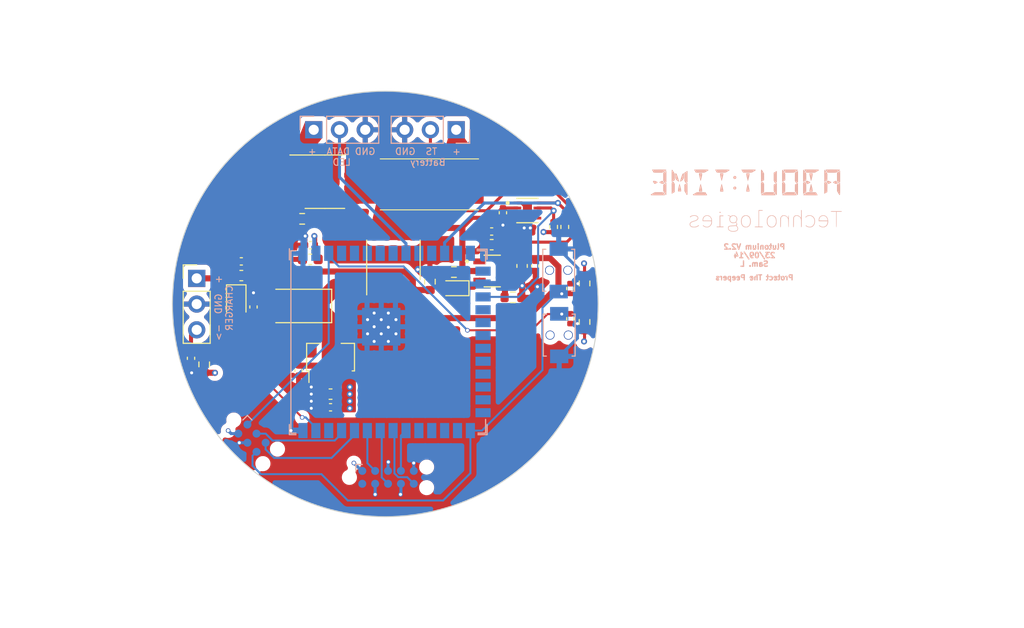
<source format=kicad_pcb>
(kicad_pcb (version 20221018) (generator pcbnew)
  (layers (0 "F.Cu" signal) (1 "In1.Cu" power "GND") (2 "In2.Cu" power "PWR") (31 "B.Cu" signal) (34 "B.Paste" user) (35 "F.Paste" user) (36 "B.SilkS" user "B.Silkscreen") (37 "F.SilkS" user "F.Silkscreen") (38 "B.Mask" user) (39 "F.Mask" user) (44 "Edge.Cuts" user))
  (net 0 "")
  (net 1 "VDD")
  (net 2 "GND")
  (net 3 "+BATT")
  (net 4 "ESP_EN")
  (net 5 "ESP_IO0")
  (net 6 "VCC")
  (net 7 "+3.3V")
  (net 8 "/CHG_LED")
  (net 9 "/CHG_LED_RES")
  (net 10 "ESP_TMS")
  (net 11 "ESP_TCK")
  (net 12 "ESP_TDO")
  (net 13 "ESP_TDI")
  (net 15 "ESP_UART_TX")
  (net 16 "ESP_UART_RX")
  (net 17 "ESP32_I2C_SCL")
  (net 18 "/BQ_ISET")
  (net 19 "ESP32_I2C_SDA")
  (net 20 "BATT_TS")
  (net 27 "ESP_LED_DATA")
  (net 47 "/BATT_FUSE")
  (net 48 "ESP_CONNECTION_BUTTON")
  (net 49 "/VBUS")
  (net 50 "VD")
  (footprint "Resistor_SMD:R_0603_1608Metric" (layer "F.Cu") (at 144.4 97.8 90)
    (fp_text reference "R9" hide)
    (fp_text value "100k")
  )
  (footprint "Resistor_SMD:R_0402_1005Metric" (layer "F.Cu") (at 156.6 92.4 90)
    (fp_text reference "R1" hide)
    (fp_text value "4.7k")
  )
  (footprint "MAX17048:SON50P200X200X80-9N" (layer "F.Cu") (at 154.015 90.779999)
    (fp_text reference "U2" hide)
    (fp_text value "MAX17048G+T10")
  )
  (footprint "Package_TO_SOT_SMD:SOT-89-3" (layer "F.Cu") (at 134.6 105.25 90)
    (fp_text reference "U3" hide)
    (fp_text value "ME6211A33PG-N")
  )
  (footprint "Resistor_SMD:R_0603_1608Metric" (layer "F.Cu") (at 122.14 105.965 90)
    (fp_text reference "R8" hide)
    (fp_text value "10k")
  )
  (footprint "Capacitor_SMD:C_0402_1005Metric" (layer "F.Cu") (at 125.8 95.8 180)
    (fp_text reference "C14" hide)
    (fp_text value "1uF")
  )
  (footprint "Resistor_SMD:R_0603_1608Metric" (layer "F.Cu") (at 131.8 91.6)
    (fp_text reference "R7" hide)
    (fp_text value "100k")
  )
  (footprint "Capacitor_SMD:C_0402_1005Metric" (layer "F.Cu") (at 154.79 96.25 -90)
    (fp_text reference "C3" hide)
    (fp_text value "1uF")
  )
  (footprint "Capacitor_SMD:C_0402_1005Metric" (layer "F.Cu") (at 131.45 106.570001 90)
    (fp_text reference "C8" hide)
    (fp_text value "1uF")
  )
  (footprint "Diode_SMD:D_0805_2012Metric" (layer "F.Cu") (at 125.3 99.799999 -90)
    (fp_text reference "FB1" hide)
    (fp_text value "FerriteBead")
  )
  (footprint "Resistor_SMD:R_0402_1005Metric" (layer "F.Cu") (at 157.699999 92.4 90)
    (fp_text reference "R4" hide)
    (fp_text value "4.7k")
  )
  (footprint "Capacitor_SMD:C_0603_1608Metric" (layer "F.Cu") (at 132.6 95.599999 180)
    (fp_text reference "C11" hide)
    (fp_text value "10uF")
  )
  (footprint "Resistor_SMD:R_0603_1608Metric" (layer "F.Cu") (at 146.765 96.85 180)
    (fp_text reference "R3" hide)
    (fp_text value "1k")
  )
  (footprint "Capacitor_SMD:C_0402_1005Metric" (layer "F.Cu") (at 120.84 105.365 90)
    (fp_text reference "C16" hide)
    (fp_text value "1uF")
  )
  (footprint "Resistor_SMD:R_0603_1608Metric" (layer "F.Cu") (at 159.649999 101.775 90)
    (fp_text reference "R5" hide)
    (fp_text value "10k")
  )
  (footprint "Capacitor_SMD:C_0402_1005Metric" (layer "F.Cu") (at 150.49 92.85)
    (fp_text reference "C4" hide)
    (fp_text value "1uF")
  )
  (footprint "Capacitor_SMD:C_0402_1005Metric" (layer "F.Cu") (at 158.25 98.475 -90)
    (fp_text reference "C7" hide)
    (fp_text value "1uF")
  )
  (footprint "Capacitor_SMD:C_0402_1005Metric" (layer "F.Cu") (at 134.6 110.2)
    (fp_text reference "C9" hide)
    (fp_text value "1uF")
  )
  (footprint "Diode_SMD:D_SMA" (layer "F.Cu") (at 131.2 100.2 180)
    (fp_text reference "D2" hide)
    (fp_text value "Schottky")
  )
  (footprint "Capacitor_SMD:C_0402_1005Metric" (layer "F.Cu") (at 158.25 101.455 90)
    (fp_text reference "C6" hide)
    (fp_text value "1uF")
  )
  (footprint "BQ21040:SOT95P280X145-6N" (layer "F.Cu") (at 150.545 96.75)
    (fp_text reference "U1" hide)
    (fp_text value "BQ21040DBVR")
  )
  (footprint "Capacitor_SMD:C_0603_1608Metric" (layer "F.Cu") (at 125.800001 97.2)
    (fp_text reference "C13" hide)
    (fp_text value "10uF")
  )
  (footprint "Resistor_SMD:R_0603_1608Metric" (layer "F.Cu") (at 152.59 99.35)
    (fp_text reference "R2" hide)
    (fp_text value "1k")
  )
  (footprint "Resistor_SMD:R_0603_1608Metric" (layer "F.Cu") (at 159.65 97.975 -90)
    (fp_text reference "R6" hide)
    (fp_text value "10k")
  )
  (footprint "Package_SO:SSOP-8_3.9x5.05mm_P1.27mm" (layer "F.Cu") (at 134.04 87.935)
    (fp_text reference "Q1" hide)
    (fp_text value "PMOS")
  )
  (footprint "LED_SMD:LED_0603_1608Metric" (layer "F.Cu") (at 146.765 98.45 180)
    (fp_text reference "D1" hide)
    (fp_text value "LED")
  )
  (footprint "Capacitor_SMD:C_0603_1608Metric" (layer "F.Cu") (at 134.6 108.9 180)
    (fp_text reference "C10" hide)
    (fp_text value "10uF")
  )
  (footprint "Capacitor_SMD:C_0603_1608Metric" (layer "F.Cu") (at 150.49 94.15)
    (fp_text reference "C5" hide)
    (fp_text value "10uF")
  )
  (footprint "Littelfuse:0154008DR" (layer "F.Cu") (at 144.35 88.2 180)
    (fp_text reference "F1" hide)
    (fp_text value "8A Fuse" hide)
  )
  (footprint "Capacitor_SMD:C_0402_1005Metric" (layer "F.Cu") (at 127 100.3 90)
    (fp_text reference "C15" hide)
    (fp_text value "100nF")
  )
  (footprint "Capacitor_SMD:C_0402_1005Metric" (layer "F.Cu") (at 151.6 91 -90)
    (fp_text reference "C2" hide)
    (fp_text value "100nF")
  )
  (footprint "Capacitor_SMD:C_0603_1608Metric" (layer "F.Cu") (at 153.49 96.25 -90)
    (fp_text reference "C1" hide)
    (fp_text value "10uF")
  )
  (footprint "Capacitor_SMD:C_0402_1005Metric" (layer "F.Cu") (at 132.6 94.2)
    (fp_text reference "C12" hide)
    (fp_text value "1uF")
  )
  (footprint "Package_SO:SSOP-8_3.9x5.05mm_P1.27mm" (layer "F.Cu") (at 140.8 95.65 90)
    (fp_text reference "Q2" hide)
    (fp_text value "PMOS")
  )
  (footprint "Connector_PinHeader_2.54mm:PinHeader_1x03_P2.54mm_Vertical" (layer "F.Cu") (at 121.4 97.475)
    (fp_text reference "J6" hide)
    (fp_text value "Conn_01x03_Pin")
  )
  (footprint "Connector_PinHeader_2.54mm:PinHeader_1x03_P2.54mm_Vertical" (layer "B.Cu") (at 146.99 82.81 90)
    (fp_text reference "J3" hide)
    (fp_text value "Conn_01x03_Pin")
  )
  (footprint "Espressif:ESP32-S3-WROOM-1U" (layer "B.Cu") (at 140.14 103.75 -90)
    (fp_text reference "U4" hide)
    (fp_text value "ESP32-S3-WROOM-1")
  )
  (footprint "Connector_PinHeader_2.54mm:PinHeader_1x03_P2.54mm_Vertical" (layer "B.Cu") (at 132.94 82.81 -90)
    (fp_text reference "J5" hide)
    (fp_text value "Conn_01x03_Pin")
  )
  (footprint "Button:Small Push Button" (layer "B.Cu") (at 157.15 103.075 90)
    (fp_text reference "SW1" hide)
    (fp_text value "SW_Push")
  )
  (footprint "Connector:Tag-Connect_TC2030-IDC-NL_2x03_P1.27mm_Vertical" (layer "B.Cu") (at 126.850987 113.249013 -45)
    (fp_text reference "J2" hide)
    (fp_text value "ESP32 Prog")
  )
  (footprint "Button:Small Push Button" (layer "B.Cu") (at 157.1 96.675 90)
    (fp_text reference "SW2" hide)
    (fp_text value "SW_Push")
  )
  (footprint "LOGO" (layer "B.Cu") (at 175.488609 91.218486 180)
    (fp_text reference "G***" hide)
    (fp_text value "LOGO" hide)
  )
  (footprint "Connector:Tag-Connect_TC2050-IDC-NL_2x05_P1.27mm_Vertical_with_bottom_clip" (layer "B.Cu") (at 140.27 117.115)
    (fp_text reference "J1" hide)
    (fp_text value "ESP32 JTAG")
  )
  (gr_circle (center 140 100) (end 161 100) (stroke (width 0.1)) (fill none) (layer "Edge.Cuts"))
  (gr_text "Protect The Peepers" (at 176.4 97.4) (layer "B.SilkS") (effects (font (size 0.5 0.5) (thickness 0.125)) (justify mirror)))
  (gr_text "+  GND  ->\nCHARGER" (at 125 100.4 90) (layer "B.SilkS") (effects (font (size 0.66 0.66) (thickness 0.1)) (justify bottom mirror)))
  (gr_text "GND DATA  +\nLED" (at 135.7 86.4) (layer "B.SilkS") (effects (font (size 0.66 0.66) (thickness 0.1)) (justify bottom mirror)))
  (gr_text "Plutonium V2.2\n23/09/14\nSam. L" (at 176.4 95.2) (layer "B.SilkS") (effects (font (size 0.524 0.524) (thickness 0.131)) (justify mirror)))
  (gr_text "+   TS  GND\nBattery" (at 144.2 86.4) (layer "B.SilkS") (effects (font (size 0.66 0.66) (thickness 0.1)) (justify bottom mirror)))
  (segment (start 125.3 100.737499) (end 126.957499 100.737499) (width 0.6) (layer "F.Cu") (net 1))
  (segment (start 131.365 91.21) (end 130.975 91.6) (width 0.6) (layer "F.Cu") (net 1))
  (segment (start 157.077 96.311734) (end 156.240266 95.475) (width 0.6) (layer "F.Cu") (net 1))
  (segment (start 153.9 101.4) (end 157.077 98.223) (width 0.6) (layer "F.Cu") (net 1))
  (segment (start 157.077 98.223) (end 157.077 96.311734) (width 0.6) (layer "F.Cu") (net 1))
  (segment (start 144.5 101.4) (end 153.9 101.4) (width 0.6) (layer "F.Cu") (net 1))
  (segment (start 130.975 91.6) (end 130.975 91.625) (width 0.6) (layer "F.Cu") (net 1))
  (segment (start 129.1 93.5) (end 129.1 100.1) (width 0.6) (layer "F.Cu") (net 1))
  (segment (start 132.6 96.8) (end 141.9 96.8) (width 0.6) (layer "F.Cu") (net 1))
  (segment (start 127 100.78) (end 128.62 100.78) (width 0.6) (layer "F.Cu") (net 1))
  (segment (start 153.165 95.8) (end 153.49 95.475) (width 0.4) (layer "F.Cu") (net 1))
  (segment (start 131.365 89.84) (end 131.365 91.21) (width 0.6) (layer "F.Cu") (net 1))
  (segment (start 128.62 100.78) (end 129.2 100.2) (width 0.6) (layer "F.Cu") (net 1))
  (segment (start 126.957499 100.737499) (end 127 100.78) (width 0.6) (layer "F.Cu") (net 1))
  (segment (start 151.8 95.8) (end 153.165 95.8) (width 0.4) (layer "F.Cu") (net 1))
  (segment (start 130.975 91.625) (end 129.1 93.5) (width 0.6) (layer "F.Cu") (net 1))
  (segment (start 142.705 99.605) (end 144.5 101.4) (width 0.6) (layer "F.Cu") (net 1))
  (segment (start 141.9 96.8) (end 142.705 97.605) (width 0.6) (layer "F.Cu") (net 1))
  (segment (start 143.005 98.625) (end 142.705 98.325) (width 0.6) (layer "F.Cu") (net 1))
  (segment (start 129.2 100.2) (end 132.6 96.8) (width 0.6) (layer "F.Cu") (net 1))
  (segment (start 156.240266 95.475) (end 153.49 95.475) (width 0.6) (layer "F.Cu") (net 1))
  (segment (start 142.705 97.605) (end 142.705 98.325) (width 0.6) (layer "F.Cu") (net 1))
  (segment (start 129.1 100.1) (end 129.2 100.2) (width 0.6) (layer "F.Cu") (net 1))
  (segment (start 142.705 98.325) (end 142.705 99.605) (width 0.6) (layer "F.Cu") (net 1))
  (segment (start 144.4 98.625) (end 143.005 98.625) (width 0.6) (layer "F.Cu") (net 1))
  (segment (start 153.7 91.094999) (end 154.015 90.779999) (width 0.3) (layer "F.Cu") (net 2))
  (segment (start 127 99.82) (end 127 98.9) (width 0.4) (layer "F.Cu") (net 2))
  (segment (start 153.5 98.2) (end 153.5 99.265) (width 0.6) (layer "F.Cu") (net 2))
  (segment (start 155 91.029999) (end 154.265 91.029999) (width 0.3) (layer "F.Cu") (net 2))
  (segment (start 144.4 96.975) (end 143.575 96.975) (width 0.6) (layer "F.Cu") (net 2))
  (segment (start 120.84 105.845) (end 120.84 106.74) (width 0.6) (layer "F.Cu") (net 2))
  (segment (start 154.015 90.613007) (end 154.015 90.779999) (width 0.3) (layer "F.Cu") (net 2))
  (segment (start 154.3 91.064999) (end 154.015 90.779999) (width 0.3) (layer "F.Cu") (net 2))
  (segment (start 154.015 91.034935) (end 154.015 90.779999) (width 0.3) (layer "F.Cu") (net 2))
  (segment (start 154.79 96.73) (end 153.785 96.73) (width 0.6) (layer "F.Cu") (net 2))
  (segment (start 158.94651 101.942944) (end 158.257944 101.942944) (width 0.3) (layer "F.Cu") (net 2))
  (segment (start 153.03 91.529999) (end 153.519936 91.529999) (width 0.3) (layer "F.Cu") (net 2))
  (segment (start 151.6 92.22) (end 150.97 92.85) (width 0.6) (layer "F.Cu") (net 2))
  (segment (start 132.12 94.2) (end 132.12 93.32) (width 0.4) (layer "F.Cu") (net 2))
  (segment (start 153.5 99.265) (end 153.415 99.35) (width 0.6) (layer "F.Cu") (net 2))
  (segment (start 154.3 92.5) (end 154.3 91.064999) (width 0.3) (layer "F.Cu") (net 2))
  (segment (start 151.265 93.145) (end 150.97 92.85) (width 0.6) (layer "F.Cu") (net 2))
  (segment (start 153.7 92.5) (end 153.7 91.094999) (width 0.3) (layer "F.Cu") (net 2))
  (segment (start 153.03 90.029999) (end 153.431992 90.029999) (width 0.3) (layer "F.Cu") (net 2))
  (segment (start 151.265 94.15) (end 151.265 93.145) (width 0.6) (layer "F.Cu") (net 2))
  (segment (start 158.255 98) (end 158.25 97.995) (width 0.3) (layer "F.Cu") (net 2))
  (segment (start 153.785 96.73) (end 153.49 97.025) (width 0.6) (layer "F.Cu") (net 2))
  (segment (start 132.12 93.32) (end 132.1 93.3) (width 0.4) (layer "F.Cu") (net 2))
  (segment (start 151.8 96.75) (end 153.215 96.75) (width 0.6) (layer "F.Cu") (net 2))
  (segment (start 154.265 91.029999) (end 154.015 90.779999) (width 0.3) (layer "F.Cu") (net 2))
  (segment (start 158.257944 101.942944) (end 158.25 101.935) (width 0.3) (layer "F.Cu") (net 2))
  (segment (start 143.575 96.975) (end 143.2 96.6) (width 0.6) (layer "F.Cu") (net 2))
  (segment (start 153.431992 90.029999) (end 154.015 90.613007) (width 0.3) (layer "F.Cu") (net 2))
  (segment (start 153.49 98.19) (end 153.5 98.2) (width 0.6) (layer "F.Cu") (net 2))
  (segment (start 131.825 94.495) (end 132.12 94.2) (width 0.4) (layer "F.Cu") (net 2))
  (segment (start 131.45 107.050001) (end 132.950001 107.050001) (width 0.6) (layer "F.Cu") (net 2))
  (segment (start 159 98) (end 158.255 98) (width 0.3) (layer "F.Cu") (net 2))
  (segment (start 120.84 106.74) (end 120.9 106.8) (width 0.6) (layer "F.Cu") (net 2))
  (segment (start 153.215 96.75) (end 153.49 97.025) (width 0.6) (layer "F.Cu") (net 2))
  (segment (start 153.49 97.025) (end 153.49 98.19) (width 0.6) (layer "F.Cu") (net 2))
  (segment (start 153.519936 91.529999) (end 154.015 91.034935) (width 0.3) (layer "F.Cu") (net 2))
  (segment (start 131.825 95.599999) (end 131.825 94.495) (width 0.4) (layer "F.Cu") (net 2))
  (segment (start 132.950001 107.050001) (end 133.1 107.2) (width 0.6) (layer "F.Cu") (net 2))
  (segment (start 151.6 91.48) (end 151.6 92.22) (width 0.6) (layer "F.Cu") (net 2))
  (via (at 130.7 112.5) (size 0.6) (drill 0.3) (layers "F.Cu" "B.Cu") (net 2))
  (via (at 138.25 101.55) (size 0.45) (drill 0.3) (layers "F.Cu" "B.Cu") (net 2))
  (via (at 127 98.9) (size 0.6) (drill 0.3) (layers "F.Cu" "B.Cu") (net 2))
  (via (at 120.9 106.8) (size 0.6) (drill 0.3) (layers "F.Cu" "B.Cu") (net 2))
  (via (at 138.25 102.95) (size 0.45) (drill 0.3) (layers "F.Cu" "B.Cu") (net 2))
  (via (at 139.6 102.95) (size 0.45) (drill 0.3) (layers "F.Cu" "B.Cu") (net 2))
  (via (at 155 98.3) (size 0.6) (drill 0.3) (layers "F.Cu" "B.Cu") (net 2))
  (via (at 153.7 92.5) (size 0.45) (drill 0.3) (layers "F.Cu" "B.Cu") (net 2))
  (via (at 141.05 101.55) (size 0.45) (drill 0.3) (layers "F.Cu" "B.Cu") (net 2))
  (via (at 140.3 103.7) (size 0.45) (drill 0.3) (layers "F.Cu" "B.Cu") (net 2))
  (via (at 138.9 100.9) (size 0.45) (drill 0.3) (layers "F.Cu" "B.Cu") (net 2))
  (via (at 138.9 103.7) (size 0.45) (drill 0.3) (layers "F.Cu" "B.Cu") (net 2))
  (via (at 153.5 98.2) (size 0.6) (drill 0.3) (layers "F.Cu" "B.Cu") (net 2))
  (via (at 151.6 92.22) (size 0.6) (drill 0.3) (layers "F.Cu" "B.Cu") (net 2))
  (via (at 142.8 115.7) (size 0.45) (drill 0.3) (layers "F.Cu" "B.Cu") (net 2))
  (via (at 140.3 100.9) (size 0.45) (drill 0.3) (layers "F.Cu" "B.Cu") (net 2))
  (via (at 132.7 108.9) (size 0.6) (drill 0.3) (layers "F.Cu" "B.Cu") (net 2))
  (via (at 139.6 101.55) (size 0.45) (drill 0.3) (layers "F.Cu" "B.Cu") (net 2))
  (via (at 132.7 110.3) (size 0.6) (drill 0.3) (layers "F.Cu" "B.Cu") (net 2))
  (via (at 159 98) (size 0.6) (drill 0.3) (layers "F.Cu" "B.Cu") (net 2))
  (via (at 132.1 93.3) (size 0.6) (drill 0.3) (layers "F.Cu" "B.Cu") (net 2))
  (via (at 125.6 113.7) (size 0.45) (drill 0.3) (layers "F.Cu" "B.Cu") (net 2))
  (via (at 140.3 102.3) (size 0.45) (drill 0.3) (layers "F.Cu" "B.Cu") (net 2))
  (via (at 158.94651 101.942944) (size 0.6) (drill 0.3) (layers "F.Cu" "B.Cu") (net 2))
  (via (at 132.7 108.2) (size 0.6) (drill 0.3) (layers "F.Cu" "B.Cu") (net 2))
  (via (at 139 118.8) (size 0.45) (drill 0.3) (layers "F.Cu" "B.Cu") (net 2))
  (via (at 140.3 115.6) (size 0.45) (drill 0.3) (layers "F.Cu" "B.Cu") (net 2))
  (via (at 138.9 102.25) (size 0.45) (drill 0.3) (layers "F.Cu" "B.Cu") (net 2))
  (via (at 154.3 92.5) (size 0.45) (drill 0.3) (layers "F.Cu" "B.Cu") (net 2))
  (via (at 141.05 102.95) (size 0.45) (drill 0.3) (layers "F.Cu" "B.Cu") (net 2))
  (via (at 143.2 96.6) (size 0.6) (drill 0.3) (layers "F.Cu" "B.Cu") (net 2))
  (via (at 132.7 109.6) (size 0.6) (drill 0.3) (layers "F.Cu" "B.Cu") (net 2))
  (via (at 141.5 118.8) (size 0.45) (drill 0.3) (layers "F.Cu" "B.Cu") (net 2))
  (segment (start 140.27 115.63) (end 140.3 115.6) (width 0.3) (layer "B.Cu") (net 2))
  (segment (start 132.1 93.3) (end 132.1 94.78) (width 0.4) (layer "B.Cu") (net 2))
  (segment (start 142.81 115.71) (end 142.8 115.7) (width 0.3) (layer "B.Cu") (net 2))
  (segment (start 159 96.475) (end 159 98) (width 0.3) (layer "B.Cu") (net 2))
  (segment (start 149.64 98.035) (end 153.335 98.035) (width 0.6) (layer "B.Cu") (net 2))
  (segment (start 141.54 117.75) (end 141.54 118.76) (width 0.3) (layer "B.Cu") (net 2))
  (segment (start 157.1 94.575) (end 159 96.475) (width 0.3) (layer "B.Cu") (net 2))
  (segment (start 132.1 94.78) (end 131.88 95) (width 0.4) (layer "B.Cu") (net 2))
  (segment (start 141.54 118.76) (end 141.5 118.8) (width 0.3) (layer "B.Cu") (net 2))
  (segment (start 125.601974 113.698026) (end 125.6 113.7) (width 0.3) (layer "B.Cu") (net 2))
  (segment (start 157.15 105.175) (end 158.94651 103.37849) (width 0.3) (layer "B.Cu") (net 2))
  (segment (start 139 117.75) (end 139 118.8) (width 0.3) (layer "B.Cu") (net 2))
  (segment (start 126.401974 113.698026) (end 125.601974 113.698026) (width 0.3) (layer "B.Cu") (net 2))
  (segment (start 131.88 112.5) (end 130.7 112.5) (width 0.6) (layer "B.Cu") (net 2))
  (segment (start 142.81 116.48) (end 142.81 115.71) (width 0.3) (layer "B.Cu") (net 2))
  (segment (start 153.335 98.035) (end 153.5 98.2) (width 0.6) (layer "B.Cu") (net 2))
  (segment (start 158.94651 103.37849) (end 158.94651 101.942944) (width 0.3) (layer "B.Cu") (net 2))
  (segment (start 140.27 116.48) (end 140.27 115.63) (width 0.3) (layer "B.Cu") (net 2))
  (segment (start 151.6 90.52) (end 151.589562 90.52) (width 0.4) (layer "F.Cu") (net 3))
  (segment (start 147.6 96.84) (end 147.6 94.8) (width 0.6) (layer "F.Cu") (net 3))
  (segment (start 145.465 92.5) (end 141.165 88.2) (width 0.6) (layer "F.Cu") (net 3))
  (segment (start 147.6 94.8) (end 147.6 92.5) (width 0.6) (layer "F.Cu") (net 3))
  (segment (start 149.29 96.75) (end 147.69 96.75) (width 0.6) (layer "F.Cu") (net 3))
  (segment (start 150.609562 91.5) (end 148.6 91.5) (width 0.4) (layer "F.Cu") (net 3))
  (segment (start 149.715 93.145) (end 150.01 92.85) (width 0.6) (layer "F.Cu") (net 3))
  (segment (start 149.715 94.15) (end 149.715 93.145) (width 0.6) (layer "F.Cu") (net 3))
  (segment (start 147.69 96.75) (end 147.59 96.85) (width 0.6) (layer "F.Cu") (net 3))
  (segment (start 147.6 94.8) (end 149.065 94.8) (width 0.6) (layer "F.Cu") (net 3))
  (segment (start 151.589562 90.52) (end 150.609562 91.5) (width 0.4) (layer "F.Cu") (net 3))
  (segment (start 151.609999 90.529999) (end 151.6 90.52) (width 0.3) (layer "F.Cu") (net 3))
  (segment (start 153.03 91.029999) (end 152.109999 91.029999) (width 0.3) (layer "F.Cu") (net 3))
  (segment (start 148.6 91.5) (end 147.6 92.5) (width 0.4) (layer "F.Cu") (net 3))
  (segment (start 147.59 96.85) (end 147.6 96.84) (width 0.6) (layer "F.Cu") (net 3))
  (segment (start 152.109999 91.029999) (end 151.6 90.52) (width 0.3) (layer "F.Cu") (net 3))
  (segment (start 149.065 94.8) (end 149.715 94.15) (width 0.6) (layer "F.Cu") (net 3))
  (segment (start 147.6 92.5) (end 145.465 92.5) (width 0.6) (layer "F.Cu") (net 3))
  (segment (start 153.03 90.529999) (end 151.609999 90.529999) (width 0.3) (layer "F.Cu") (net 3))
  (segment (start 154.4 102.6) (end 148.1 102.6) (width 0.2) (layer "F.Cu") (net 4))
  (segment (start 157.4 101) (end 156 101) (width 0.2) (layer "F.Cu") (net 4))
  (segment (start 156 101) (end 154.4 102.6) (width 0.2) (layer "F.Cu") (net 4))
  (segment (start 158.225 101) (end 158.25 100.975) (width 0.3) (layer "F.Cu") (net 4))
  (segment (start 158.25 100.975) (end 159.624999 100.975) (width 0.3) (layer "F.Cu") (net 4))
  (segment (start 159.624999 100.975) (end 159.649999 100.95) (width 0.3) (layer "F.Cu") (net 4))
  (segment (start 157.4 101) (end 158.225 101) (width 0.3) (layer "F.Cu") (net 4))
  (via (at 157.4 101) (size 0.6) (drill 0.3) (layers "F.Cu" "B.Cu") (net 4))
  (via (at 148.1 102.6) (size 0.45) (drill 0.3) (layers "F.Cu" "B.Cu") (net 4))
  (segment (start 148.1 102.6) (end 141.8 96.3) (width 0.2) (layer "B.Cu") (net 4))
  (segment (start 134.42 95.3) (end 134.42 95) (width 0.2) (layer "B.Cu") (net 4))
  (segment (start 126.401974 111.901975) (end 134.42 103.883949) (width 0.2) (layer "B.Cu") (net 4))
  (segment (start 135.42 96.3) (end 134.42 95.3) (width 0.2) (layer "B.Cu") (net 4))
  (segment (start 134.42 103.883949) (end 134.42 95) (width 0.2) (layer "B.Cu") (net 4))
  (segment (start 141.8 96.3) (end 135.42 96.3) (width 0.2) (layer "B.Cu") (net 4))
  (segment (start 157.4 99) (end 158.205 99) (width 0.3) (layer "F.Cu") (net 5))
  (segment (start 158.205 99) (end 158.25 98.955) (width 0.3) (layer "F.Cu") (net 5))
  (segment (start 158.25 98.955) (end 159.495 98.955) (width 0.3) (layer "F.Cu") (net 5))
  (segment (start 159.495 98.955) (end 159.65 98.8) (width 0.3) (layer "F.Cu") (net 5))
  (via (at 157.4 99) (size 0.6) (drill 0.3) (layers "F.Cu" "B.Cu") (net 5))
  (segment (start 155.5 100.375) (end 157.1 98.775) (width 0.2) (layer "B.Cu") (net 5))
  (segment (start 136.3 119.4) (end 145.7 119.4) (width 0.2) (layer "B.Cu") (net 5))
  (segment (start 127.737971 116.8) (end 133.7 116.8) (width 0.2) (layer "B.Cu") (net 5))
  (segment (start 148.39 116.71) (end 148.39 112.5) (width 0.2) (layer "B.Cu") (net 5))
  (segment (start 149.529 112.5) (end 155.5 106.529) (width 0.2) (layer "B.Cu") (net 5))
  (segment (start 126.906301 115.96833) (end 127.737971 116.8) (width 0.2) (layer "B.Cu") (net 5))
  (segment (start 126.906301 114.98975) (end 126.906301 115.96833) (width 0.2) (layer "B.Cu") (net 5))
  (segment (start 148.39 112.5) (end 149.529 112.5) (width 0.2) (layer "B.Cu") (net 5))
  (segment (start 127.3 114.596051) (end 126.906301 114.98975) (width 0.2) (layer "B.Cu") (net 5))
  (segment (start 155.5 106.529) (end 155.5 100.375) (width 0.2) (layer "B.Cu") (net 5))
  (segment (start 145.7 119.4) (end 148.39 116.71) (width 0.2) (layer "B.Cu") (net 5))
  (segment (start 133.7 116.8) (end 136.3 119.4) (width 0.2) (layer "B.Cu") (net 5))
  (segment (start 134.6 106.746) (end 134.6 107.1125) (width 0.6) (layer "F.Cu") (net 6))
  (segment (start 131.45 106.090001) (end 133.944001 106.090001) (width 0.6) (layer "F.Cu") (net 6))
  (segment (start 133.2 100.2) (end 135.075 98.325) (width 1.6) (layer "F.Cu") (net 6))
  (segment (start 134.6 101.6) (end 133.2 100.2) (width 1.6) (layer "F.Cu") (net 6))
  (segment (start 134.6 101.6) (end 134.6 103.2) (width 1.6) (layer "F.Cu") (net 6))
  (segment (start 133.944001 106.090001) (end 134.6 106.746) (width 0.6) (layer "F.Cu") (net 6))
  (segment (start 135.075 98.325) (end 140.165 98.325) (width 1.6) (layer "F.Cu") (net 6))
  (segment (start 156.6 92.91) (end 157.699999 92.91) (width 0.4) (layer "F.Cu") (net 7))
  (segment (start 133.08 93.38) (end 133 93.3) (width 0.4) (layer "F.Cu") (net 7))
  (segment (start 123.19 106.79) (end 123.2 106.8) (width 0.6) (layer "F.Cu") (net 7))
  (segment (start 133.375 94.495) (end 133.08 94.2) (width 0.4) (layer "F.Cu") (net 7))
  (segment (start 159.649999 103.650001) (end 159.6 103.7) (width 0.3) (layer "F.Cu") (net 7))
  (segment (start 159.65 97.15) (end 159.65 96.05) (width 0.3) (layer "F.Cu") (net 7))
  (segment (start 133.08 94.2) (end 133.08 93.38) (width 0.4) (layer "F.Cu") (net 7))
  (segment (start 159.65 96.05) (end 159.6 96) (width 0.3) (layer "F.Cu") (net 7))
  (segment (start 156.6 92.91) (end 155.61 92.91) (width 0.4) (layer "F.Cu") (net 7))
  (segment (start 122.14 106.79) (end 123.19 106.79) (width 0.6) (layer "F.Cu") (net 7))
  (segment (start 159.649999 102.6) (end 159.649999 103.650001) (width 0.3) (layer "F.Cu") (net 7))
  (segment (start 155.61 92.91) (end 155.6 92.9) (width 0.4) (layer "F.Cu") (net 7))
  (segment (start 133.375 95.599999) (end 133.375 94.495) (width 0.4) (layer "F.Cu") (net 7))
  (via (at 136.5 108.2) (size 0.6) (drill 0.3) (layers "F.Cu" "B.Cu") (net 7))
  (via (at 159.6 103.7) (size 0.6) (drill 0.3) (layers "F.Cu" "B.Cu") (net 7))
  (via (at 133 93.3) (size 0.6) (drill 0.3) (layers "F.Cu" "B.Cu") (net 7))
  (via (at 155.6 92.9) (size 0.6) (drill 0.3) (layers "F.Cu" "B.Cu") (net 7))
  (via (at 124.5 112.5) (size 0.45) (drill 0.3) (layers "F.Cu" "B.Cu") (net 7))
  (via (at 136.5 110.3) (size 0.6) (drill 0.3) (layers "F.Cu" "B.Cu") (net 7))
  (via (at 136.5 109.6) (size 0.6) (drill 0.3) (layers "F.Cu" "B.Cu") (net 7))
  (via (at 136.9 115.7) (size 0.45) (drill 0.3) (layers "F.Cu" "B.Cu") (net 7))
  (via (at 136.5 108.9) (size 0.6) (drill 0.3) (layers "F.Cu" "B.Cu") (net 7))
  (via (at 123.2 106.8) (size 0.6) (drill 0.3) (layers "F.Cu" "B.Cu") (net 7))
  (via (at 159.6 96) (size 0.6) (drill 0.3) (layers "F.Cu" "B.Cu") (net 7))
  (segment (start 137.68 116.48) (end 136.9 115.7) (width 0.3) (layer "B.Cu") (net 7))
  (segment (start 133 94.85) (end 133.15 95) (width 0.4) (layer "B.Cu") (net 7))
  (segment (start 133 93.3) (end 133 94.85) (width 0.4) (layer "B.Cu") (net 7))
  (segment (start 125.503949 112.8) (end 124.8 112.8) (width 0.3) (layer "B.Cu") (net 7))
  (segment (start 124.8 112.8) (end 124.5 112.5) (width 0.3) (layer "B.Cu") (net 7))
  (segment (start 137.73 116.48) (end 137.68 116.48) (width 0.3) (layer "B.Cu") (net 7))
  (segment (start 148.7 98.3) (end 147.7025 98.3) (width 0.6) (layer "F.Cu") (net 8))
  (segment (start 147.7025 98.3) (end 147.5525 98.45) (width 0.6) (layer "F.Cu") (net 8))
  (segment (start 149.29 97.7) (end 149.29 97.71) (width 0.6) (layer "F.Cu") (net 8))
  (segment (start 149.29 97.71) (end 148.7 98.3) (width 0.6) (layer "F.Cu") (net 8))
  (segment (start 145.9775 98.45) (end 145.9775 96.8875) (width 0.6) (layer "F.Cu") (net 9))
  (segment (start 145.9775 96.8875) (end 145.94 96.85) (width 0.6) (layer "F.Cu") (net 9))
  (segment (start 139 116.48) (end 138.23 115.71) (width 0.2) (layer "B.Cu") (net 10))
  (segment (start 138.23 115.71) (end 138.23 112.5) (width 0.2) (layer "B.Cu") (net 10))
  (segment (start 141.54 116.48) (end 141.54 113) (width 0.2) (layer "B.Cu") (net 11))
  (segment (start 141.54 113) (end 142.04 112.5) (width 0.2) (layer "B.Cu") (net 11))
  (segment (start 140.9 116.717803) (end 140.9 112.63) (width 0.2) (layer "B.Cu") (net 12))
  (segment (start 142.81 117.75) (end 142.1607 117.1007) (width 0.2) (layer "B.Cu") (net 12))
  (segment (start 140.9 112.63) (end 140.77 112.5) (width 0.2) (layer "B.Cu") (net 12))
  (segment (start 141.282897 117.1007) (end 140.9 116.717803) (width 0.2) (layer "B.Cu") (net 12))
  (segment (start 142.1607 117.1007) (end 141.282897 117.1007) (width 0.2) (layer "B.Cu") (net 12))
  (segment (start 140.27 117.75) (end 139.6493 117.1293) (width 0.2) (layer "B.Cu") (net 13))
  (segment (start 139.6493 112.6493) (end 139.5 112.5) (width 0.2) (layer "B.Cu") (net 13))
  (segment (start 139.6493 117.1293) (end 139.6493 112.6493) (width 0.2) (layer "B.Cu") (net 13))
  (segment (start 128.877 113.477) (end 128.2 112.8) (width 0.2) (layer "B.Cu") (net 15))
  (segment (start 135.69 112.8) (end 135.013 113.477) (width 0.2) (layer "B.Cu") (net 15))
  (segment (start 128.2 112.8) (end 127.3 112.8) (width 0.2) (layer "B.Cu") (net 15))
  (segment (start 135.013 113.477) (end 128.877 113.477) (width 0.2) (layer "B.Cu") (net 15))
  (segment (start 135.69 112.5) (end 135.69 112.8) (width 0.2) (layer "B.Cu") (net 15))
  (segment (start 136.96 112.94) (end 136.96 112.5) (width 0.2) (layer "B.Cu") (net 16))
  (segment (start 128.198025 114.354645) (end 129.04338 115.2) (width 0.2) (layer "B.Cu") (net 16))
  (segment (start 129.04338 115.2) (end 134.7 115.2) (width 0.2) (layer "B.Cu") (net 16))
  (segment (start 134.7 115.2) (end 136.96 112.94) (width 0.2) (layer "B.Cu") (net 16))
  (segment (start 128.198025 113.698026) (end 128.198025 114.354645) (width 0.2) (layer "B.Cu") (net 16))
  (segment (start 156.329999 90.529999) (end 156.6 90.8) (width 0.3) (layer "F.Cu") (net 17))
  (segment (start 156.6 90.8) (end 156.6 91.89) (width 0.3) (layer "F.Cu") (net 17))
  (segment (start 155 90.529999) (end 156.329999 90.529999) (width 0.3) (layer "F.Cu") (net 17))
  (via (at 156.6 90.8) (size 0.6) (drill 0.3) (layers "F.Cu" "B.Cu") (net 17))
  (segment (start 155.073 97.372291) (end 155.073 92.327) (width 0.2) (layer "B.Cu") (net 17))
  (segment (start 155.073 92.327) (end 156.6 90.8) (width 0.2) (layer "B.Cu") (net 17))
  (segment (start 149.64 99.305) (end 153.140291 99.305) (width 0.2) (layer "B.Cu") (net 17))
  (segment (start 153.140291 99.305) (end 155.073 97.372291) (width 0.2) (layer "B.Cu") (net 17))
  (segment (start 151.8 99.315) (end 151.765 99.35) (width 0.6) (layer "F.Cu") (net 18))
  (segment (start 151.8 97.7) (end 151.8 99.315) (width 0.6) (layer "F.Cu") (net 18))
  (segment (start 157.699999 90.699999) (end 157.699999 91.89) (width 0.3) (layer "F.Cu") (net 19))
  (segment (start 157.029999 90.029999) (end 157.699999 90.699999) (width 0.3) (layer "F.Cu") (net 19))
  (segment (start 155 90.029999) (end 157.029999 90.029999) (width 0.3) (layer "F.Cu") (net 19))
  (via (at 157.022351 90.037647) (size 0.6) (drill 0.3) (layers "F.Cu" "B.Cu") (net 19))
  (segment (start 145.85 93.95) (end 149.762353 90.037647) (width 0.3) (layer "B.Cu") (net 19))
  (segment (start 145.85 95) (end 145.85 93.95) (width 0.3) (layer "B.Cu") (net 19))
  (segment (start 149.762353 90.037647) (end 157.022351 90.037647) (width 0.3) (layer "B.Cu") (net 19))
  (segment (start 149.29 95.8) (end 150.09 95) (width 0.3) (layer "F.Cu") (net 20))
  (segment (start 145.556 90.8) (end 144.45 89.694) (width 0.3) (layer "F.Cu") (net 20))
  (segment (start 151.8 89) (end 150 90.8) (width 0.3) (layer "F.Cu") (net 20))
  (segment (start 150.09 95) (end 152.3 95) (width 0.3) (layer "F.Cu") (net 20))
  (segment (start 153.4 93.9) (end 157.9 93.9) (width 0.3) (layer "F.Cu") (net 20))
  (segment (start 158.4 93.4) (end 158.4 90.6) (width 0.3) (layer "F.Cu") (net 20))
  (segment (start 157.9 93.9) (end 158.4 93.4) (width 0.3) (layer "F.Cu") (net 20))
  (segment (start 144.45 89.694) (end 144.45 82.81) (width 0.3) (layer "F.Cu") (net 20))
  (segment (start 152.3 95) (end 153.4 93.9) (width 0.3) (layer "F.Cu") (net 20))
  (segment (start 156.8 89) (end 151.8 89) (width 0.3) (layer "F.Cu") (net 20))
  (segment (start 150 90.8) (end 145.556 90.8) (width 0.3) (layer "F.Cu") (net 20))
  (segment (start 158.4 90.6) (end 156.8 89) (width 0.3) (layer "F.Cu") (net 20))
  (segment (start 135.48 87.48) (end 142.04 94.04) (width 0.3) (layer "B.Cu") (net 27))
  (segment (start 135.48 82.81) (end 135.48 87.48) (width 0.3) (layer "B.Cu") (net 27))
  (segment (start 142.04 94.04) (end 142.04 95) (width 0.3) (layer "B.Cu") (net 27))
  (segment (start 122.14 105.14) (end 121.095 105.14) (width 0.4) (layer "F.Cu") (net 48))
  (segment (start 121.095 105.14) (end 120.84 104.885) (width 0.4) (layer "F.Cu") (net 48))
  (segment (start 120.84 104.885) (end 120.84 103.115) (width 0.4) (layer "F.Cu") (net 48))
  (segment (start 131.8 111.2) (end 125.74 105.14) (width 0.2) (layer "F.Cu") (net 48))
  (segment (start 125.74 105.14) (end 122.14 105.14) (width 0.2) (layer "F.Cu") (net 48))
  (segment (start 120.84 103.115) (end 121.4 102.555) (width 0.4) (layer "F.Cu") (net 48))
  (via (at 131.8 111.2) (size 0.45) (drill 0.3) (layers "F.Cu" "B.Cu") (net 48))
  (segment (start 132.15 111.2) (end 131.8 111.2) (width 0.2) (layer "B.Cu") (net 48))
  (segment (start 133.15 112.5) (end 133.15 112.2) (width 0.2) (layer "B.Cu") (net 48))
  (segment (start 133.15 112.2) (end 132.15 111.2) (width 0.2) (layer "B.Cu") (net 48))
  (segment (start 121.4 97.475) (end 123.912501 97.475) (width 0.6) (layer "F.Cu") (net 49))
  (segment (start 125.025001 96.094999) (end 125.32 95.8) (width 0.6) (layer "F.Cu") (net 49))
  (segment (start 123.912501 97.475) (end 125.3 98.862499) (width 0.6) (layer "F.Cu") (net 49))
  (segment (start 124.750001 97.475) (end 125.025001 97.2) (width 0.6) (layer "F.Cu") (net 49))
  (segment (start 125.025001 97.2) (end 125.025001 96.094999) (width 0.6) (layer "F.Cu") (net 49))
  (segment (start 123.912501 97.475) (end 124.750001 97.475) (width 0.6) (layer "F.Cu") (net 49))
  (zone (net 47) (net_name "/BATT_FUSE") (layer "F.Cu") (priority 6) (connect_pads yes (clearance 0.5)) (min_thickness 0.25) (fill yes (thermal_gap 0.5) (thermal_bridge_width 0.5))
    (polygon (pts (xy 146.2 82) (xy 146.2 83.6) (xy 145.4 86.3) (xy 145.4 90.1) (xy 149.7 90.1) (xy 149.7 86.3) (xy 147.8 83.6) (xy 147.8 82)))
  )
  (zone (net 3) (net_name "+BATT") (layer "F.Cu") (priority 3) (connect_pads yes (clearance 0.5)) (min_thickness 0.25) (fill yes (thermal_gap 0.5) (thermal_bridge_width 0.5))
    (polygon (pts (xy 143.3 86.3) (xy 143.3 90.1) (xy 143 92.2) (xy 143 93.7) (xy 138.6 93.7) (xy 138.6 92.2) (xy 139.1 90.1) (xy 139.1 86.3)))
  )
  (zone (net 50) (net_name "VD") (layer "F.Cu") (priority 5) (connect_pads yes (clearance 0.5)) (min_thickness 0.25) (fill yes (thermal_gap 0.5) (thermal_bridge_width 0.5))
    (polygon (pts (xy 132.1 88.8) (xy 130.6 88.8) (xy 130.6 85.7) (xy 132.1 82) (xy 133.8 82) (xy 133.8 83.6) (xy 132.1 85.7)))
  )
  (zone (net 3) (net_name "+BATT") (layer "F.Cu") (priority 4) (connect_pads yes (clearance 0.5)) (min_thickness 0.25) (fill yes (thermal_gap 0.5) (thermal_bridge_width 0.5))
    (polygon (pts (xy 136 85.7) (xy 137.5 85.7) (xy 139.1 86.3) (xy 143.3 86.3) (xy 143.3 90.1) (xy 136 90.1)))
  )
  (zone (net 7) (net_name "+3.3V") (layer "F.Cu") (priority 8) (connect_pads yes (clearance 0.5)) (min_thickness 0.25) (fill yes (thermal_gap 0.5) (thermal_bridge_width 0.5))
    (polygon (pts (xy 135.7 106.6) (xy 135.7 108.5) (xy 135 108.5) (xy 135 110.7) (xy 137.1 110.7) (xy 137.1 106.6)))
  )
  (zone (net 2) (net_name "GND") (layer "F.Cu") (priority 8) (connect_pads yes (clearance 0.5)) (min_thickness 0.25) (fill yes (thermal_gap 0.5) (thermal_bridge_width 0.5))
    (polygon (pts (xy 133.6 106.6) (xy 133.6 108.5) (xy 134.3 108.5) (xy 134.3 110.7) (xy 132.2 110.7) (xy 132.2 106.6)))
  )
  (zone (net 6) (net_name "VCC") (layer "F.Cu") (priority 7) (connect_pads yes (clearance 0.5)) (min_thickness 0.25) (fill yes (thermal_gap 0.5) (thermal_bridge_width 0.5))
    (polygon (pts (xy 138.6 97.6) (xy 141.7 97.6) (xy 141.7 99.1) (xy 138.6 99.1)))
  )
  (zone (net 2) (net_name "GND") (layers "F&B.Cu") (priority 1) (connect_pads (clearance 0.5)) (min_thickness 0.5) (fill yes (thermal_gap 0.5) (thermal_bridge_width 0.5) (island_removal_mode 2) (island_area_min 10))
    (polygon (pts (xy 113.7 78.1) (xy 164.1 77.8) (xy 162.9 119.7) (xy 128.8 126.2) (xy 112.2 112)))
  )
  (zone (net 2) (net_name "GND") (layer "B.Cu") (priority 2) (connect_pads yes (clearance 0.5)) (min_thickness 0.25) (fill yes (thermal_gap 0.5) (thermal_bridge_width 0.5))
    (polygon (pts (xy 137.7 100.4) (xy 141.5 100.4) (xy 141.5 104.1) (xy 137.7 104.1)))
  )
)
</source>
